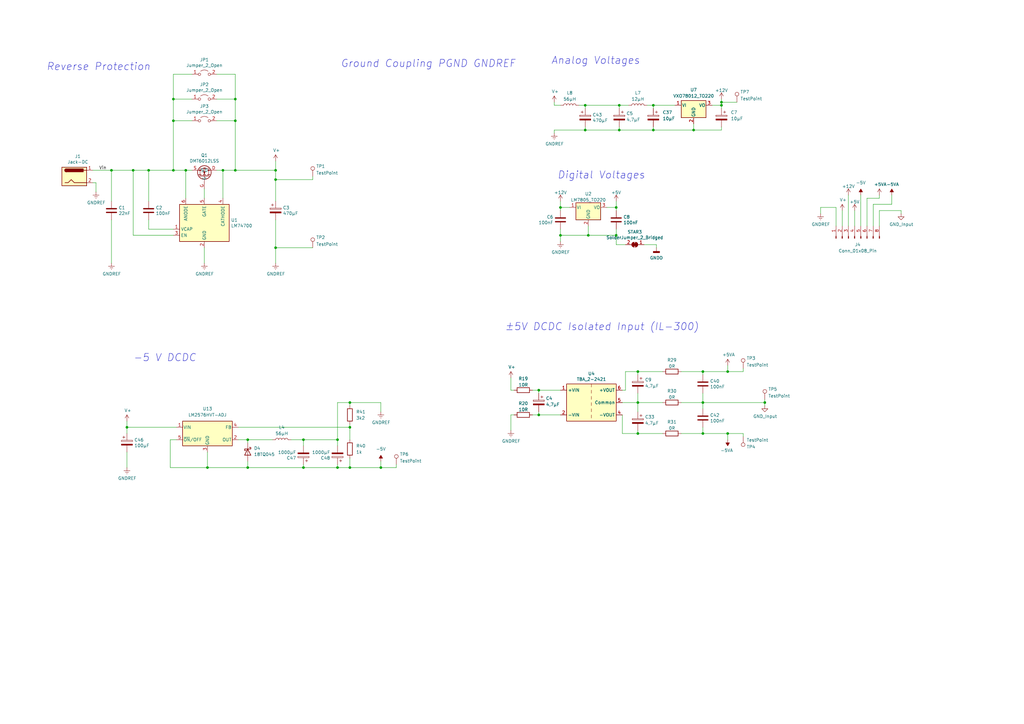
<source format=kicad_sch>
(kicad_sch (version 20230121) (generator eeschema)
  (paper "A3")
  (title_block (date "2023-07-19") (rev "1.3"))
  (lib_symbols
    (symbol "Connector:Conn_01x08_Pin" (pin_names (offset 1.016) hide)
      (property "Reference" "J" (at 0 10.16 0))
      (property "Value" "Conn_01x08_Pin" (at 0 -12.7 0))
      (symbol "Conn_01x08_Pin_1_1"
        (polyline (pts (xy 1.27 -10.16) (xy 0.8636 -10.16)) (stroke (width 0.1524)))
        (polyline (pts (xy 1.27 -7.62) (xy 0.8636 -7.62)) (stroke (width 0.1524)))
        (polyline (pts (xy 1.27 -5.08) (xy 0.8636 -5.08)) (stroke (width 0.1524)))
        (polyline (pts (xy 1.27 -2.54) (xy 0.8636 -2.54)) (stroke (width 0.1524)))
        (polyline (pts (xy 1.27 0) (xy 0.8636 0)) (stroke (width 0.1524)))
        (polyline (pts (xy 1.27 2.54) (xy 0.8636 2.54)) (stroke (width 0.1524)))
        (polyline (pts (xy 1.27 5.08) (xy 0.8636 5.08)) (stroke (width 0.1524)))
        (polyline (pts (xy 1.27 7.62) (xy 0.8636 7.62)) (stroke (width 0.1524)))
        (rectangle (start 0.8636 -10.033) (end 0 -10.287) (stroke (width 0.1524)) (fill (type outline)))
        (rectangle (start 0.8636 -7.493) (end 0 -7.747) (stroke (width 0.1524)) (fill (type outline)))
        (rectangle (start 0.8636 -4.953) (end 0 -5.207) (stroke (width 0.1524)) (fill (type outline)))
        (rectangle (start 0.8636 -2.413) (end 0 -2.667) (stroke (width 0.1524)) (fill (type outline)))
        (rectangle (start 0.8636 0.127) (end 0 -0.127) (stroke (width 0.1524)) (fill (type outline)))
        (rectangle (start 0.8636 2.667) (end 0 2.413) (stroke (width 0.1524)) (fill (type outline)))
        (rectangle (start 0.8636 5.207) (end 0 4.953) (stroke (width 0.1524)) (fill (type outline)))
        (rectangle (start 0.8636 7.747) (end 0 7.493) (stroke (width 0.1524)) (fill (type outline)))
        (pin passive line (at 5.08 7.62 180) (length 3.81) (name "Pin_1") (number "1"))
        (pin passive line (at 5.08 5.08 180) (length 3.81) (name "Pin_2") (number "2"))
        (pin passive line (at 5.08 2.54 180) (length 3.81) (name "Pin_3") (number "3"))
        (pin passive line (at 5.08 0 180) (length 3.81) (name "Pin_4") (number "4"))
        (pin passive line (at 5.08 -2.54 180) (length 3.81) (name "Pin_5") (number "5"))
        (pin passive line (at 5.08 -5.08 180) (length 3.81) (name "Pin_6") (number "6"))
        (pin passive line (at 5.08 -7.62 180) (length 3.81) (name "Pin_7") (number "7"))
        (pin passive line (at 5.08 -10.16 180) (length 3.81) (name "Pin_8") (number "8"))
      )
    )
    (symbol "Connector:Jack-DC" (pin_names (offset 1.016))
      (property "Reference" "J" (at 0 5.334 0))
      (property "Value" "Jack-DC" (at 0 -5.08 0))
      (symbol "Jack-DC_0_1"
        (rectangle (start -5.08 3.81) (end 5.08 -3.81) (stroke (width 0.254)) (fill (type background)))
        (arc (start -3.302 3.175) (mid -3.9343 2.54) (end -3.302 1.905) (stroke (width 0.254)))
        (arc (start -3.302 3.175) (mid -3.9343 2.54) (end -3.302 1.905) (stroke (width 0.254)) (fill (type outline)))
        (polyline (pts (xy 5.08 2.54) (xy 3.81 2.54)) (stroke (width 0.254)))
        (polyline (pts (xy -3.81 -2.54) (xy -2.54 -2.54) (xy -1.27 -1.27) (xy 0 -2.54) (xy 2.54 -2.54) (xy 5.08 -2.54)) (stroke (width 0.254)))
        (rectangle (start 3.683 3.175) (end -3.302 1.905) (stroke (width 0.254)) (fill (type outline)))
      )
      (symbol "Jack-DC_1_1"
        (pin passive line (at 7.62 2.54 180) (length 2.54) (name "~") (number "1"))
        (pin passive line (at 7.62 -2.54 180) (length 2.54) (name "~") (number "2"))
      )
    )
    (symbol "Connector:TestPoint" (pin_numbers hide) (pin_names (offset 0.762) hide)
      (property "Reference" "TP" (at 0 6.858 0))
      (property "Value" "TestPoint" (at 0 5.08 0))
      (symbol "TestPoint_0_1"
        (circle (center 0 3.302) (radius 0.762))
      )
      (symbol "TestPoint_1_1"
        (pin passive line (at 0 0 90) (length 2.54) (name "1") (number "1"))
      )
    )
    (symbol "Device:C" (pin_numbers hide) (pin_names (offset 0.254))
      (property "Reference" "C" (at 0.635 2.54 0))
      (property "Value" "C" (at 0.635 -2.54 0))
      (symbol "C_0_1"
        (polyline (pts (xy -2.032 -0.762) (xy 2.032 -0.762)) (stroke (width 0.508)))
        (polyline (pts (xy -2.032 0.762) (xy 2.032 0.762)) (stroke (width 0.508)))
      )
      (symbol "C_1_1"
        (pin passive line (at 0 3.81 270) (length 2.794) (name "~") (number "1"))
        (pin passive line (at 0 -3.81 90) (length 2.794) (name "~") (number "2"))
      )
    )
    (symbol "Device:CP" (pin_numbers hide) (pin_names (offset 0.254))
      (property "Reference" "C" (at 0.635 2.54 0))
      (property "Value" "Device_CP" (at 0.635 -2.54 0))
      (symbol "CP_0_1"
        (rectangle (start -2.286 0.508) (end 2.286 1.016))
        (polyline (pts (xy -1.778 2.286) (xy -0.762 2.286)))
        (polyline (pts (xy -1.27 2.794) (xy -1.27 1.778)))
        (rectangle (start 2.286 -0.508) (end -2.286 -1.016) (fill (type outline)))
      )
      (symbol "CP_1_1"
        (pin passive line (at 0 3.81 270) (length 2.794) (name "~") (number "1"))
        (pin passive line (at 0 -3.81 90) (length 2.794) (name "~") (number "2"))
      )
    )
    (symbol "Device:C_Polarized" (pin_numbers hide) (pin_names (offset 0.254))
      (property "Reference" "C" (at 0.635 2.54 0))
      (property "Value" "C_Polarized" (at 0.635 -2.54 0))
      (symbol "C_Polarized_0_1"
        (rectangle (start -2.286 0.508) (end 2.286 1.016))
        (polyline (pts (xy -1.778 2.286) (xy -0.762 2.286)))
        (polyline (pts (xy -1.27 2.794) (xy -1.27 1.778)))
        (rectangle (start 2.286 -0.508) (end -2.286 -1.016) (fill (type outline)))
      )
      (symbol "C_Polarized_1_1"
        (pin passive line (at 0 3.81 270) (length 2.794) (name "~") (number "1"))
        (pin passive line (at 0 -3.81 90) (length 2.794) (name "~") (number "2"))
      )
    )
    (symbol "Device:D_Schottky" (pin_numbers hide) (pin_names (offset 1.016) hide)
      (property "Reference" "D" (at 0 2.54 0))
      (property "Value" "D_Schottky" (at 0 -2.54 0))
      (symbol "D_Schottky_0_1"
        (polyline (pts (xy 1.27 0) (xy -1.27 0)))
        (polyline (pts (xy 1.27 1.27) (xy 1.27 -1.27) (xy -1.27 0) (xy 1.27 1.27)) (stroke (width 0.254)))
        (polyline (pts (xy -1.905 0.635) (xy -1.905 1.27) (xy -1.27 1.27) (xy -1.27 -1.27) (xy -0.635 -1.27) (xy -0.635 -0.635)) (stroke (width 0.254)))
      )
      (symbol "D_Schottky_1_1"
        (pin passive line (at -3.81 0 0) (length 2.54) (name "K") (number "1"))
        (pin passive line (at 3.81 0 180) (length 2.54) (name "A") (number "2"))
      )
    )
    (symbol "Device:L" (pin_numbers hide) (pin_names (offset 1.016) hide)
      (property "Reference" "L" (at -1.27 0 90))
      (property "Value" "L" (at 1.905 0 90))
      (symbol "L_0_1"
        (arc (start 0 -2.54) (mid 0.6323 -1.905) (end 0 -1.27))
        (arc (start 0 -1.27) (mid 0.6323 -0.635) (end 0 0))
        (arc (start 0 0) (mid 0.6323 0.635) (end 0 1.27))
        (arc (start 0 1.27) (mid 0.6323 1.905) (end 0 2.54))
      )
      (symbol "L_1_1"
        (pin passive line (at 0 3.81 270) (length 1.27) (name "1") (number "1"))
        (pin passive line (at 0 -3.81 90) (length 1.27) (name "2") (number "2"))
      )
    )
    (symbol "Device:R" (pin_numbers hide) (pin_names (offset 0))
      (property "Reference" "R" (at 2.032 0 90))
      (property "Value" "R" (at 0 0 90))
      (symbol "R_0_1"
        (rectangle (start -1.016 -2.54) (end 1.016 2.54) (stroke (width 0.254)))
      )
      (symbol "R_1_1"
        (pin passive line (at 0 3.81 270) (length 1.27) (name "~") (number "1"))
        (pin passive line (at 0 -3.81 90) (length 1.27) (name "~") (number "2"))
      )
    )
    (symbol "Jumper:Jumper_2_Open" (pin_names (offset 0) hide)
      (property "Reference" "JP" (at 0 2.794 0))
      (property "Value" "Jumper_2_Open" (at 0 -2.286 0))
      (symbol "Jumper_2_Open_0_0"
        (circle (center -2.032 0) (radius 0.508))
        (circle (center 2.032 0) (radius 0.508))
      )
      (symbol "Jumper_2_Open_0_1"
        (arc (start 1.524 1.27) (mid 0 1.778) (end -1.524 1.27))
      )
      (symbol "Jumper_2_Open_1_1"
        (pin passive line (at -5.08 0 0) (length 2.54) (name "A") (number "1"))
        (pin passive line (at 5.08 0 180) (length 2.54) (name "B") (number "2"))
      )
    )
    (symbol "Jumper:SolderJumper_2_Bridged" (pin_names (offset 0) hide)
      (property "Reference" "JP" (at 0 2.032 0))
      (property "Value" "SolderJumper_2_Bridged" (at 0 -2.54 0))
      (symbol "SolderJumper_2_Bridged_0_1"
        (rectangle (start -0.508 0.508) (end 0.508 -0.508) (fill (type outline)))
        (arc (start -0.254 1.016) (mid -1.2656 0) (end -0.254 -1.016))
        (arc (start -0.254 1.016) (mid -1.2656 0) (end -0.254 -1.016) (fill (type outline)))
        (polyline (pts (xy -0.254 1.016) (xy -0.254 -1.016)))
        (polyline (pts (xy 0.254 1.016) (xy 0.254 -1.016)))
        (arc (start 0.254 -1.016) (mid 1.2656 0) (end 0.254 1.016))
        (arc (start 0.254 -1.016) (mid 1.2656 0) (end 0.254 1.016) (fill (type outline)))
      )
      (symbol "SolderJumper_2_Bridged_1_1"
        (pin passive line (at -3.81 0 0) (length 2.54) (name "A") (number "1"))
        (pin passive line (at 3.81 0 180) (length 2.54) (name "B") (number "2"))
      )
    )
    (symbol "MyLib:DMT6012LSS" (pin_names (offset 1.016))
      (property "Reference" "Q" (at 3.81 1.27 0))
      (property "Value" "MyLib_DMT6012LSS" (at 8.89 -1.27 0))
      (symbol "DMT6012LSS_1_1"
        (circle (center -0.889 0) (radius 2.794) (stroke (width 0.254)))
        (circle (center 0 -1.778) (radius 0.254) (fill (type outline)))
        (polyline (pts (xy -2.286 0) (xy -5.08 0)))
        (polyline (pts (xy -2.286 1.905) (xy -2.286 -1.905)) (stroke (width 0.254)))
        (polyline (pts (xy -1.778 -1.27) (xy -1.778 -2.286)) (stroke (width 0.254)))
        (polyline (pts (xy -1.778 0.508) (xy -1.778 -0.508)) (stroke (width 0.254)))
        (polyline (pts (xy -1.778 2.286) (xy -1.778 1.27)) (stroke (width 0.254)))
        (polyline (pts (xy 0 2.54) (xy 0 1.778)))
        (polyline (pts (xy 0 -2.54) (xy 0 0) (xy -1.778 0)))
        (polyline (pts (xy -1.778 -1.778) (xy 0.762 -1.778) (xy 0.762 1.778) (xy -1.778 1.778)))
        (polyline (pts (xy -1.524 0) (xy -0.508 0.381) (xy -0.508 -0.381) (xy -1.524 0)) (fill (type outline)))
        (polyline (pts (xy 0.254 0.508) (xy 0.381 0.381) (xy 1.143 0.381) (xy 1.27 0.254)))
        (polyline (pts (xy 0.762 0.381) (xy 0.381 -0.254) (xy 1.143 -0.254) (xy 0.762 0.381)))
        (circle (center 0 1.778) (radius 0.254) (fill (type outline)))
        (pin passive line (at 0 5.08 270) (length 2.54) (name "D") (number "D"))
        (pin input line (at -7.62 0 0) (length 2.54) (name "G") (number "G"))
        (pin passive line (at 0 -5.08 90) (length 2.54) (name "S") (number "S"))
      )
    )
    (symbol "MyLib:TBA_2-XXXX"
      (property "Reference" "U" (at -8.89 8.89 0))
      (property "Value" "MyLib_TBA_2-XXXX" (at 10.16 8.89 0))
      (symbol "TBA_2-XXXX_0_1"
        (rectangle (start -10.16 7.62) (end 10.16 -7.62) (stroke (width 0.254)) (fill (type background)))
        (polyline (pts (xy 0 -5.08) (xy 0 -6.35)))
        (polyline (pts (xy 0 -2.54) (xy 0 -3.81)))
        (polyline (pts (xy 0 0) (xy 0 -1.27)))
        (polyline (pts (xy 0 2.54) (xy 0 1.27)))
        (polyline (pts (xy 0 5.08) (xy 0 3.81)))
        (polyline (pts (xy 0 7.62) (xy 0 6.35)))
      )
      (symbol "TBA_2-XXXX_1_1"
        (pin power_in line (at -12.7 5.08 0) (length 2.54) (name "+VIN") (number "1"))
        (pin power_in line (at -12.7 -5.08 0) (length 2.54) (name "-VIN") (number "2"))
        (pin power_out line (at 12.7 -5.08 180) (length 2.54) (name "-VOUT") (number "4"))
        (pin power_out line (at 12.7 0 180) (length 2.54) (name "Common") (number "5"))
        (pin power_out line (at 12.7 5.08 180) (length 2.54) (name "+VOUT") (number "6"))
      )
    )
    (symbol "MyLib:V+" (power) (pin_names (offset 0))
      (property "Value" "MyLib_V+" (at 0 3.556 0))
      (symbol "V+_0_1"
        (polyline (pts (xy -0.762 1.27) (xy 0 2.54)))
        (polyline (pts (xy 0 0) (xy 0 2.54)))
        (polyline (pts (xy 0 2.54) (xy 0.762 1.27)))
      )
      (symbol "V+_1_1"
        (pin power_in line (at 0 0 90) (length 0) hide (name "V+") (number "1"))
      )
    )
    (symbol "OfficeAmp:GND_Input" (power) (pin_names (offset 0))
      (property "Value" "GND_Input" (at 0 -3.81 0))
      (symbol "GND_Input_0_1"
        (polyline (pts (xy 0 0) (xy 0 -1.27) (xy 1.27 -1.27) (xy 0 -2.54) (xy -1.27 -1.27) (xy 0 -1.27)))
      )
      (symbol "GND_Input_1_1"
        (pin power_in line (at 0 0 270) (length 0) hide (name "GND_Input") (number "1"))
      )
    )
    (symbol "Power_Management:LM74700"
      (property "Reference" "U" (at -9.525 -8.89 0))
      (property "Value" "LM74700" (at 7.62 -8.89 0))
      (symbol "LM74700_0_1"
        (rectangle (start -10.16 7.62) (end 10.16 -7.62) (stroke (width 0.254)) (fill (type background)))
      )
      (symbol "LM74700_1_1"
        (pin passive line (at -12.7 -2.54 0) (length 2.54) (name "VCAP") (number "1"))
        (pin power_in line (at 0 -10.16 90) (length 2.54) (name "GND") (number "2"))
        (pin input line (at -12.7 -5.08 0) (length 2.54) (name "EN") (number "3"))
        (pin input line (at 7.62 10.16 270) (length 2.54) (name "CATHODE") (number "4"))
        (pin output line (at 0 10.16 270) (length 2.54) (name "GATE") (number "5"))
        (pin power_in line (at -7.62 10.16 270) (length 2.54) (name "ANODE") (number "6"))
      )
    )
    (symbol "Regulator_Linear:LM7805_TO220" (pin_names (offset 0.254))
      (property "Reference" "U" (at -3.81 3.175 0))
      (property "Value" "LM7805_TO220" (at 0 3.175 0))
      (symbol "LM7805_TO220_0_1"
        (rectangle (start -5.08 1.905) (end 5.08 -5.08) (stroke (width 0.254)) (fill (type background)))
      )
      (symbol "LM7805_TO220_1_1"
        (pin power_in line (at -7.62 0 0) (length 2.54) (name "VI") (number "1"))
        (pin power_in line (at 0 -7.62 90) (length 2.54) (name "GND") (number "2"))
        (pin power_out line (at 7.62 0 180) (length 2.54) (name "VO") (number "3"))
      )
    )
    (symbol "Regulator_Linear:LM7812_TO220" (pin_names (offset 0.254))
      (property "Reference" "U" (at -3.81 3.175 0))
      (property "Value" "LM7812_TO220" (at 0 3.175 0))
      (symbol "LM7812_TO220_0_1"
        (rectangle (start -5.08 1.905) (end 5.08 -5.08) (stroke (width 0.254)) (fill (type background)))
      )
      (symbol "LM7812_TO220_1_1"
        (pin power_in line (at -7.62 0 0) (length 2.54) (name "VI") (number "1"))
        (pin power_in line (at 0 -7.62 90) (length 2.54) (name "GND") (number "2"))
        (pin power_out line (at 7.62 0 180) (length 2.54) (name "VO") (number "3"))
      )
    )
    (symbol "Regulator_Switching:LM2576HVT-ADJ" (pin_names (offset 0.254))
      (property "Reference" "U" (at -10.16 6.35 0))
      (property "Value" "LM2576HVT-ADJ" (at 0 6.35 0))
      (symbol "LM2576HVT-ADJ_0_1"
        (rectangle (start -10.16 5.08) (end 10.16 -5.08) (stroke (width 0.254)) (fill (type background)))
      )
      (symbol "LM2576HVT-ADJ_1_1"
        (pin power_in line (at -12.7 2.54 0) (length 2.54) (name "VIN") (number "1"))
        (pin output line (at 12.7 -2.54 180) (length 2.54) (name "OUT") (number "2"))
        (pin power_in line (at 0 -7.62 90) (length 2.54) (name "GND") (number "3"))
        (pin input line (at 12.7 2.54 180) (length 2.54) (name "FB") (number "4"))
        (pin input line (at -12.7 -2.54 0) (length 2.54) (name "~{ON}/OFF") (number "5"))
      )
    )
    (symbol "power:+12V" (power) (pin_names (offset 0))
      (property "Value" "+12V" (at 0 3.556 0))
      (symbol "+12V_0_1"
        (polyline (pts (xy -0.762 1.27) (xy 0 2.54)))
        (polyline (pts (xy 0 0) (xy 0 2.54)))
        (polyline (pts (xy 0 2.54) (xy 0.762 1.27)))
      )
      (symbol "+12V_1_1"
        (pin power_in line (at 0 0 90) (length 0) hide (name "+12V") (number "1"))
      )
    )
    (symbol "power:+5V" (power) (pin_names (offset 0))
      (property "Value" "+5V" (at 0 3.556 0))
      (symbol "+5V_0_1"
        (polyline (pts (xy -0.762 1.27) (xy 0 2.54)))
        (polyline (pts (xy 0 0) (xy 0 2.54)))
        (polyline (pts (xy 0 2.54) (xy 0.762 1.27)))
      )
      (symbol "+5V_1_1"
        (pin power_in line (at 0 0 90) (length 0) hide (name "+5V") (number "1"))
      )
    )
    (symbol "power:+5VA" (power) (pin_names (offset 0))
      (property "Value" "+5VA" (at 0 3.556 0))
      (symbol "+5VA_0_1"
        (polyline (pts (xy -0.762 1.27) (xy 0 2.54)))
        (polyline (pts (xy 0 0) (xy 0 2.54)))
        (polyline (pts (xy 0 2.54) (xy 0.762 1.27)))
      )
      (symbol "+5VA_1_1"
        (pin power_in line (at 0 0 90) (length 0) hide (name "+5VA") (number "1"))
      )
    )
    (symbol "power:-5V" (power) (pin_names (offset 0))
      (property "Value" "-5V" (at 0 3.81 0))
      (symbol "-5V_0_0"
        (pin power_in line (at 0 0 90) (length 0) hide (name "-5V") (number "1"))
      )
      (symbol "-5V_0_1"
        (polyline (pts (xy 0 0) (xy 0 1.27) (xy 0.762 1.27) (xy 0 2.54) (xy -0.762 1.27) (xy 0 1.27)) (fill (type outline)))
      )
    )
    (symbol "power:-5VA" (power) (pin_names (offset 0))
      (property "Value" "-5VA" (at 0 3.81 0))
      (symbol "-5VA_0_0"
        (pin power_in line (at 0 0 90) (length 0) hide (name "-5VA") (number "1"))
      )
      (symbol "-5VA_0_1"
        (polyline (pts (xy 0 0) (xy 0 1.27) (xy 0.762 1.27) (xy 0 2.54) (xy -0.762 1.27) (xy 0 1.27)) (fill (type outline)))
      )
    )
    (symbol "power:GNDD" (power) (pin_names (offset 0))
      (property "Value" "GNDD" (at 0 -3.175 0))
      (symbol "GNDD_0_1"
        (rectangle (start -1.27 -1.524) (end 1.27 -2.032) (stroke (width 0.254)) (fill (type outline)))
        (polyline (pts (xy 0 0) (xy 0 -1.524)))
      )
      (symbol "GNDD_1_1"
        (pin power_in line (at 0 0 270) (length 0) hide (name "GNDD") (number "1"))
      )
    )
    (symbol "power:GNDREF" (power) (pin_names (offset 0))
      (property "Value" "GNDREF" (at 0 -3.81 0))
      (symbol "GNDREF_0_1"
        (polyline (pts (xy -0.635 -1.905) (xy 0.635 -1.905)))
        (polyline (pts (xy -0.127 -2.54) (xy 0.127 -2.54)))
        (polyline (pts (xy 0 -1.27) (xy 0 0)))
        (polyline (pts (xy 1.27 -1.27) (xy -1.27 -1.27)))
      )
      (symbol "GNDREF_1_1"
        (pin power_in line (at 0 0 270) (length 0) hide (name "GNDREF") (number "1"))
      )
    )
  )
  (junction (at 60.96 69.85))
  (junction (at 313.69 165.1))
  (junction (at 261.62 152.4))
  (junction (at 261.62 165.1))
  (junction (at 295.91 43.18))
  (junction (at 288.29 177.8))
  (junction (at 229.87 85.09))
  (junction (at 252.73 96.52))
  (junction (at 241.3 96.52))
  (junction (at 288.29 152.4))
  (junction (at 113.03 73.66))
  (junction (at 138.43 191.77))
  (junction (at 124.46 191.77))
  (junction (at 143.51 175.26))
  (junction (at 267.97 43.18))
  (junction (at 96.52 49.53))
  (junction (at 240.03 43.18))
  (junction (at 261.62 177.8))
  (junction (at 113.03 69.85))
  (junction (at 298.45 177.8))
  (junction (at 71.12 69.85))
  (junction (at 52.07 175.26))
  (junction (at 267.97 53.34))
  (junction (at 254 43.18))
  (junction (at 229.87 96.52))
  (junction (at 45.72 69.85))
  (junction (at 298.45 152.4))
  (junction (at 85.09 191.77))
  (junction (at 240.03 53.34))
  (junction (at 91.44 69.85))
  (junction (at 54.61 69.85))
  (junction (at 143.51 165.1))
  (junction (at 220.98 170.18))
  (junction (at 284.48 53.34))
  (junction (at 101.6 180.34))
  (junction (at 138.43 180.34))
  (junction (at 101.6 191.77))
  (junction (at 71.12 49.53))
  (junction (at 96.52 40.64))
  (junction (at 254 53.34))
  (junction (at 76.2 69.85))
  (junction (at 124.46 180.34))
  (junction (at 156.21 191.77))
  (junction (at 113.03 101.6))
  (junction (at 288.29 165.1))
  (junction (at 252.73 85.09))
  (junction (at 96.52 69.85))
  (junction (at 71.12 40.64))
  (junction (at 143.51 191.77))
  (junction (at 295.91 41.91))
  (junction (at 220.98 160.02))
  (wire (pts (xy 124.46 180.34) (xy 138.43 180.34)))
  (wire (pts (xy 365.76 83.82) (xy 365.76 80.01)))
  (wire (pts (xy 76.2 69.85) (xy 76.2 81.28)))
  (wire (pts (xy 60.96 69.85) (xy 71.12 69.85)))
  (wire (pts (xy 220.98 170.18) (xy 229.87 170.18)))
  (wire (pts (xy 113.03 73.66) (xy 128.27 73.66)))
  (wire (pts (xy 83.82 107.95) (xy 83.82 101.6)))
  (wire (pts (xy 113.03 69.85) (xy 113.03 66.04)))
  (wire (pts (xy 358.14 92.71) (xy 358.14 83.82)))
  (wire (pts (xy 240.03 52.07) (xy 240.03 53.34)))
  (wire (pts (xy 342.9 92.71) (xy 342.9 85.09)))
  (wire (pts (xy 209.55 176.53) (xy 209.55 170.18)))
  (wire (pts (xy 227.33 43.18) (xy 229.87 43.18)))
  (wire (pts (xy 60.96 93.98) (xy 71.12 93.98)))
  (wire (pts (xy 284.48 50.8) (xy 284.48 53.34)))
  (wire (pts (xy 85.09 185.42) (xy 85.09 191.77)))
  (wire (pts (xy 261.62 165.1) (xy 261.62 161.29)))
  (wire (pts (xy 88.9 30.48) (xy 96.52 30.48)))
  (wire (pts (xy 345.44 86.36) (xy 345.44 92.71)))
  (wire (pts (xy 156.21 189.23) (xy 156.21 191.77)))
  (wire (pts (xy 101.6 189.23) (xy 101.6 191.77)))
  (wire (pts (xy 229.87 96.52) (xy 229.87 99.06)))
  (wire (pts (xy 261.62 152.4) (xy 261.62 153.67)))
  (wire (pts (xy 229.87 85.09) (xy 233.68 85.09)))
  (wire (pts (xy 156.21 191.77) (xy 143.51 191.77)))
  (wire (pts (xy 256.54 160.02) (xy 256.54 152.4)))
  (wire (pts (xy 295.91 41.91) (xy 295.91 43.18)))
  (wire (pts (xy 254 53.34) (xy 267.97 53.34)))
  (wire (pts (xy 254 52.07) (xy 254 53.34)))
  (wire (pts (xy 71.12 40.64) (xy 71.12 49.53)))
  (wire (pts (xy 261.62 177.8) (xy 271.78 177.8)))
  (wire (pts (xy 288.29 152.4) (xy 288.29 153.67)))
  (wire (pts (xy 313.69 165.1) (xy 313.69 163.83)))
  (wire (pts (xy 88.9 69.85) (xy 91.44 69.85)))
  (wire (pts (xy 229.87 93.98) (xy 229.87 96.52)))
  (wire (pts (xy 113.03 82.55) (xy 113.03 73.66)))
  (wire (pts (xy 256.54 152.4) (xy 261.62 152.4)))
  (wire (pts (xy 52.07 175.26) (xy 72.39 175.26)))
  (wire (pts (xy 220.98 168.91) (xy 220.98 170.18)))
  (wire (pts (xy 71.12 49.53) (xy 78.74 49.53)))
  (wire (pts (xy 72.39 180.34) (xy 69.85 180.34)))
  (wire (pts (xy 369.57 86.36) (xy 360.68 86.36)))
  (wire (pts (xy 69.85 191.77) (xy 85.09 191.77)))
  (wire (pts (xy 292.1 43.18) (xy 295.91 43.18)))
  (wire (pts (xy 279.4 165.1) (xy 288.29 165.1)))
  (wire (pts (xy 360.68 80.01) (xy 360.68 81.28)))
  (wire (pts (xy 288.29 165.1) (xy 288.29 167.64)))
  (wire (pts (xy 252.73 85.09) (xy 252.73 82.55)))
  (wire (pts (xy 248.92 85.09) (xy 252.73 85.09)))
  (wire (pts (xy 241.3 96.52) (xy 241.3 92.71)))
  (wire (pts (xy 143.51 165.1) (xy 156.21 165.1)))
  (wire (pts (xy 71.12 96.52) (xy 54.61 96.52)))
  (wire (pts (xy 261.62 152.4) (xy 271.78 152.4)))
  (wire (pts (xy 229.87 82.55) (xy 229.87 85.09)))
  (wire (pts (xy 255.27 177.8) (xy 261.62 177.8)))
  (wire (pts (xy 369.57 87.63) (xy 369.57 86.36)))
  (wire (pts (xy 355.6 81.28) (xy 355.6 92.71)))
  (wire (pts (xy 218.44 160.02) (xy 220.98 160.02)))
  (wire (pts (xy 52.07 172.72) (xy 52.07 175.26)))
  (wire (pts (xy 298.45 177.8) (xy 304.8 177.8)))
  (wire (pts (xy 119.38 180.34) (xy 124.46 180.34)))
  (wire (pts (xy 97.79 180.34) (xy 101.6 180.34)))
  (wire (pts (xy 264.16 100.33) (xy 269.24 100.33)))
  (wire (pts (xy 124.46 191.77) (xy 138.43 191.77)))
  (wire (pts (xy 261.62 165.1) (xy 261.62 168.91)))
  (wire (pts (xy 295.91 40.64) (xy 295.91 41.91)))
  (wire (pts (xy 143.51 165.1) (xy 138.43 165.1)))
  (wire (pts (xy 209.55 170.18) (xy 210.82 170.18)))
  (wire (pts (xy 138.43 191.77) (xy 143.51 191.77)))
  (wire (pts (xy 124.46 190.5) (xy 124.46 191.77)))
  (wire (pts (xy 218.44 170.18) (xy 220.98 170.18)))
  (wire (pts (xy 360.68 86.36) (xy 360.68 92.71)))
  (wire (pts (xy 267.97 53.34) (xy 284.48 53.34)))
  (wire (pts (xy 252.73 85.09) (xy 252.73 86.36)))
  (wire (pts (xy 227.33 41.91) (xy 227.33 43.18)))
  (wire (pts (xy 261.62 176.53) (xy 261.62 177.8)))
  (wire (pts (xy 138.43 190.5) (xy 138.43 191.77)))
  (wire (pts (xy 128.27 73.66) (xy 128.27 72.39)))
  (wire (pts (xy 52.07 185.42) (xy 52.07 191.77)))
  (wire (pts (xy 162.56 191.77) (xy 162.56 190.5)))
  (wire (pts (xy 45.72 69.85) (xy 38.1 69.85)))
  (wire (pts (xy 298.45 177.8) (xy 298.45 180.34)))
  (wire (pts (xy 113.03 101.6) (xy 113.03 90.17)))
  (wire (pts (xy 267.97 43.18) (xy 276.86 43.18)))
  (wire (pts (xy 255.27 170.18) (xy 255.27 177.8)))
  (wire (pts (xy 60.96 90.17) (xy 60.96 93.98)))
  (wire (pts (xy 353.06 80.01) (xy 353.06 92.71)))
  (wire (pts (xy 39.37 74.93) (xy 39.37 78.74)))
  (wire (pts (xy 295.91 43.18) (xy 295.91 44.45)))
  (wire (pts (xy 71.12 49.53) (xy 71.12 69.85)))
  (wire (pts (xy 220.98 160.02) (xy 220.98 161.29)))
  (wire (pts (xy 227.33 53.34) (xy 240.03 53.34)))
  (wire (pts (xy 38.1 74.93) (xy 39.37 74.93)))
  (wire (pts (xy 269.24 100.33) (xy 269.24 101.6)))
  (wire (pts (xy 45.72 69.85) (xy 45.72 82.55)))
  (wire (pts (xy 298.45 152.4) (xy 288.29 152.4)))
  (wire (pts (xy 261.62 165.1) (xy 271.78 165.1)))
  (wire (pts (xy 229.87 85.09) (xy 229.87 86.36)))
  (wire (pts (xy 350.52 86.36) (xy 350.52 92.71)))
  (wire (pts (xy 241.3 96.52) (xy 252.73 96.52)))
  (wire (pts (xy 69.85 180.34) (xy 69.85 191.77)))
  (wire (pts (xy 295.91 53.34) (xy 295.91 52.07)))
  (wire (pts (xy 143.51 175.26) (xy 143.51 180.34)))
  (wire (pts (xy 342.9 85.09) (xy 336.55 85.09)))
  (wire (pts (xy 240.03 53.34) (xy 254 53.34)))
  (wire (pts (xy 255.27 160.02) (xy 256.54 160.02)))
  (wire (pts (xy 279.4 152.4) (xy 288.29 152.4)))
  (wire (pts (xy 101.6 180.34) (xy 101.6 181.61)))
  (wire (pts (xy 156.21 191.77) (xy 162.56 191.77)))
  (wire (pts (xy 78.74 69.85) (xy 76.2 69.85)))
  (wire (pts (xy 96.52 49.53) (xy 96.52 69.85)))
  (wire (pts (xy 96.52 30.48) (xy 96.52 40.64)))
  (wire (pts (xy 85.09 191.77) (xy 101.6 191.77)))
  (wire (pts (xy 101.6 191.77) (xy 124.46 191.77)))
  (wire (pts (xy 97.79 175.26) (xy 143.51 175.26)))
  (wire (pts (xy 265.43 43.18) (xy 267.97 43.18)))
  (wire (pts (xy 156.21 165.1) (xy 156.21 168.91)))
  (wire (pts (xy 267.97 52.07) (xy 267.97 53.34)))
  (wire (pts (xy 88.9 49.53) (xy 96.52 49.53)))
  (wire (pts (xy 298.45 152.4) (xy 304.8 152.4)))
  (wire (pts (xy 220.98 160.02) (xy 229.87 160.02)))
  (wire (pts (xy 124.46 180.34) (xy 124.46 182.88)))
  (wire (pts (xy 45.72 90.17) (xy 45.72 107.95)))
  (wire (pts (xy 143.51 187.96) (xy 143.51 191.77)))
  (wire (pts (xy 279.4 177.8) (xy 288.29 177.8)))
  (wire (pts (xy 54.61 96.52) (xy 54.61 69.85)))
  (wire (pts (xy 78.74 40.64) (xy 71.12 40.64)))
  (wire (pts (xy 54.61 69.85) (xy 60.96 69.85)))
  (wire (pts (xy 96.52 69.85) (xy 91.44 69.85)))
  (wire (pts (xy 267.97 44.45) (xy 267.97 43.18)))
  (wire (pts (xy 358.14 83.82) (xy 365.76 83.82)))
  (wire (pts (xy 288.29 165.1) (xy 288.29 161.29)))
  (wire (pts (xy 252.73 100.33) (xy 252.73 96.52)))
  (wire (pts (xy 91.44 69.85) (xy 91.44 81.28)))
  (wire (pts (xy 88.9 40.64) (xy 96.52 40.64)))
  (wire (pts (xy 304.8 152.4) (xy 304.8 151.13)))
  (wire (pts (xy 138.43 165.1) (xy 138.43 180.34)))
  (wire (pts (xy 237.49 43.18) (xy 240.03 43.18)))
  (wire (pts (xy 113.03 69.85) (xy 96.52 69.85)))
  (wire (pts (xy 52.07 175.26) (xy 52.07 177.8)))
  (wire (pts (xy 229.87 96.52) (xy 241.3 96.52)))
  (wire (pts (xy 256.54 100.33) (xy 252.73 100.33)))
  (wire (pts (xy 71.12 69.85) (xy 76.2 69.85)))
  (wire (pts (xy 313.69 165.1) (xy 313.69 166.37)))
  (wire (pts (xy 96.52 40.64) (xy 96.52 49.53)))
  (wire (pts (xy 143.51 165.1) (xy 143.51 166.37)))
  (wire (pts (xy 113.03 101.6) (xy 128.27 101.6)))
  (wire (pts (xy 288.29 165.1) (xy 313.69 165.1)))
  (wire (pts (xy 113.03 107.95) (xy 113.03 101.6)))
  (wire (pts (xy 227.33 53.34) (xy 227.33 54.61)))
  (wire (pts (xy 284.48 53.34) (xy 295.91 53.34)))
  (wire (pts (xy 360.68 81.28) (xy 355.6 81.28)))
  (wire (pts (xy 295.91 41.91) (xy 302.26 41.91)))
  (wire (pts (xy 240.03 43.18) (xy 240.03 44.45)))
  (wire (pts (xy 101.6 180.34) (xy 111.76 180.34)))
  (wire (pts (xy 209.55 154.94) (xy 209.55 160.02)))
  (wire (pts (xy 113.03 73.66) (xy 113.03 69.85)))
  (wire (pts (xy 252.73 96.52) (xy 252.73 93.98)))
  (wire (pts (xy 209.55 160.02) (xy 210.82 160.02)))
  (wire (pts (xy 83.82 77.47) (xy 83.82 81.28)))
  (wire (pts (xy 45.72 69.85) (xy 54.61 69.85)))
  (wire (pts (xy 71.12 30.48) (xy 71.12 40.64)))
  (wire (pts (xy 304.8 177.8) (xy 304.8 179.07)))
  (wire (pts (xy 288.29 177.8) (xy 298.45 177.8)))
  (wire (pts (xy 254 43.18) (xy 254 44.45)))
  (wire (pts (xy 298.45 149.86) (xy 298.45 152.4)))
  (wire (pts (xy 254 43.18) (xy 257.81 43.18)))
  (wire (pts (xy 240.03 43.18) (xy 254 43.18)))
  (wire (pts (xy 60.96 69.85) (xy 60.96 82.55)))
  (wire (pts (xy 347.98 80.01) (xy 347.98 92.71)))
  (wire (pts (xy 78.74 30.48) (xy 71.12 30.48)))
  (wire (pts (xy 336.55 85.09) (xy 336.55 87.63)))
  (wire (pts (xy 288.29 177.8) (xy 288.29 175.26)))
  (wire (pts (xy 138.43 182.88) (xy 138.43 180.34)))
  (wire (pts (xy 143.51 173.99) (xy 143.51 175.26)))
  (wire (pts (xy 255.27 165.1) (xy 261.62 165.1)))
  (text "Analog Voltages" (at 226.06 26.67 0) (effects (font (size 2.9972 2.9972) italic) (justify left bottom)))
  (text "-5 V DCDC" (at 54.61 148.59 0) (effects (font (size 2.9972 2.9972) italic) (justify left bottom)))
  (text "Ground Coupling PGND GNDREF" (at 139.7 27.94 0) (effects (font (size 2.9972 2.9972) italic) (justify left bottom)))
  (text "±5V DCDC Isolated Input (IL-300)" (at 207.01 135.89 0) (effects (font (size 2.9972 2.9972) italic) (justify left bottom)))
  (text "Digital Voltages" (at 228.6 73.66 0) (effects (font (size 2.9972 2.9972) italic) (justify left bottom)))
  (text "Reverse Protection" (at 19.05 29.21 0) (effects (font (size 2.9972 2.9972) italic) (justify left bottom)))
  (label "Vin" (at 40.64 69.85 0))
  (symbol (lib_id "Power_Management:LM74700") (at 83.82 91.44 0) (unit 1)
    (property "Reference" "U1" (at 94.742 90.2716 0) (effects (justify left)))
    (property "Value" "LM74700" (at 94.742 92.583 0) (effects (justify left)))
    (property "Footprint" "Package_TO_SOT_SMD:SOT-23-6" (effects hide))
    (property "Datasheet" "http://www.ti.com/lit/gpn/LM74700-Q1" (effects hide))
  )
  (symbol (lib_id "Device:C") (at 60.96 86.36 0) (unit 1)
    (property "Reference" "C2" (at 63.881 85.1916 0) (effects (justify left)))
    (property "Value" "100nF" (at 63.881 87.503 0) (effects (justify left)))
    (property "Footprint" "Capacitor_SMD:C_0805_2012Metric_Pad1.18x1.45mm_HandSolder" (effects hide))
  )
  (symbol (lib_id "Device:C") (at 45.72 86.36 0) (unit 1)
    (property "Reference" "C1" (at 48.641 85.1916 0) (effects (justify left)))
    (property "Value" "22nF" (at 48.641 87.503 0) (effects (justify left)))
    (property "Footprint" "Capacitor_SMD:C_0805_2012Metric_Pad1.18x1.45mm_HandSolder" (effects hide))
  )
  (symbol (lib_id "power:GNDREF") (at 39.37 78.74 0) (unit 1)
    (property "Reference" "#PWR0101" (effects hide))
    (property "Value" "GNDREF" (at 39.497 83.1342 0))
  )
  (symbol (lib_id "power:GNDREF") (at 45.72 107.95 0) (unit 1)
    (property "Reference" "#PWR0102" (effects hide))
    (property "Value" "GNDREF" (at 45.847 112.3442 0))
  )
  (symbol (lib_id "power:GNDREF") (at 83.82 107.95 0) (unit 1)
    (property "Reference" "#PWR0103" (effects hide))
    (property "Value" "GNDREF" (at 83.947 112.3442 0))
  )
  (symbol (lib_id "power:GNDREF") (at 113.03 107.95 0) (unit 1)
    (property "Reference" "#PWR0104" (effects hide))
    (property "Value" "GNDREF" (at 113.157 112.3442 0))
  )
  (symbol (lib_id "Device:CP") (at 113.03 86.36 0) (unit 1)
    (property "Reference" "C3" (at 116.0272 85.1916 0) (effects (justify left)))
    (property "Value" "470µF" (at 116.0272 87.503 0) (effects (justify left)))
    (property "Footprint" "Capacitor_THT:CP_Radial_D10.0mm_P5.00mm" (effects hide))
  )
  (symbol (lib_id "MyLib:DMT6012LSS") (at 83.82 69.85 270) (mirror x) (unit 1)
    (property "Reference" "Q1" (at 83.82 63.7032 90))
    (property "Value" "DMT6012LSS" (at 83.82 66.0146 90))
    (property "Footprint" "MyLib:N-CH-SO-8_5.3x6.2mm_P1.27mm" (effects hide))
  )
  (symbol (lib_id "MyLib:V+") (at 113.03 66.04 0) (unit 1)
    (property "Reference" "#PWR0105" (effects hide))
    (property "Value" "V+" (at 113.411 61.6458 0))
  )
  (symbol (lib_id "Jumper:Jumper_2_Open") (at 83.82 30.48 0) (unit 1)
    (property "Reference" "JP1" (at 83.82 24.511 0))
    (property "Value" "Jumper_2_Open" (at 83.82 26.8224 0))
    (property "Footprint" "Jumper:SolderJumper-2_P1.3mm_Open_TrianglePad1.0x1.5mm" (effects hide))
  )
  (symbol (lib_id "Jumper:Jumper_2_Open") (at 83.82 40.64 0) (unit 1)
    (property "Reference" "JP2" (at 83.82 34.671 0))
    (property "Value" "Jumper_2_Open" (at 83.82 36.9824 0))
    (property "Footprint" "Jumper:SolderJumper-2_P1.3mm_Open_TrianglePad1.0x1.5mm" (effects hide))
  )
  (symbol (lib_id "Connector:Jack-DC") (at 30.48 72.39 0) (unit 1)
    (property "Reference" "J1" (at 31.9278 64.135 0))
    (property "Value" "Jack-DC" (at 31.9278 66.4464 0))
    (property "Footprint" "Connector_BarrelJack:BarrelJack_Horizontal" (effects hide))
  )
  (symbol (lib_id "MyLib:TBA_2-XXXX") (at 242.57 165.1 0) (unit 1)
    (property "Reference" "U4" (at 242.57 153.2382 0))
    (property "Value" "TBA_2-2421" (at 242.57 155.5496 0))
    (property "Footprint" "office_amp:SIP-7" (effects hide))
    (property "Datasheet" "https://www.tracopower.com/products/tmr2.pdf" (effects hide))
  )
  (symbol (lib_id "power:+5VA") (at 298.45 149.86 0) (unit 1)
    (property "Reference" "#PWR0117" (effects hide))
    (property "Value" "+5VA" (at 298.831 145.4658 0))
  )
  (symbol (lib_id "power:-5VA") (at 298.45 180.34 180) (unit 1)
    (property "Reference" "#PWR017" (effects hide))
    (property "Value" "-5VA" (at 298.069 184.7342 0))
  )
  (symbol (lib_id "MyLib:V+") (at 209.55 154.94 0) (unit 1)
    (property "Reference" "#PWR016" (effects hide))
    (property "Value" "V+" (at 209.931 150.5458 0))
  )
  (symbol (lib_id "power:GNDREF") (at 209.55 176.53 0) (unit 1)
    (property "Reference" "#PWR0110" (effects hide))
    (property "Value" "GNDREF" (at 209.677 180.9242 0))
  )
  (symbol (lib_id "OfficeAmp:GND_Input") (at 313.69 166.37 0) (unit 1)
    (property "Reference" "#PWR0111" (effects hide))
    (property "Value" "GND_Input" (at 313.817 170.7642 0))
  )
  (symbol (lib_id "power:GNDREF") (at 227.33 54.61 0) (unit 1)
    (property "Reference" "#PWR05" (effects hide))
    (property "Value" "GNDREF" (at 227.457 59.0042 0))
  )
  (symbol (lib_id "Connector:TestPoint") (at 313.69 163.83 0) (unit 1)
    (property "Reference" "TP5" (at 315.087 159.6195 0) (effects (justify left)))
    (property "Value" "TestPoint" (at 315.087 162.3946 0) (effects (justify left)))
    (property "Footprint" "TestPoint:TestPoint_Loop_D2.60mm_Drill1.4mm_Beaded" (effects hide))
  )
  (symbol (lib_id "Device:C") (at 288.29 171.45 0) (unit 1)
    (property "Reference" "C42" (at 291.211 170.2816 0) (effects (justify left)))
    (property "Value" "100nF" (at 291.211 172.593 0) (effects (justify left)))
    (property "Footprint" "Capacitor_SMD:C_0805_2012Metric_Pad1.18x1.45mm_HandSolder" (effects hide))
  )
  (symbol (lib_id "power:+12V") (at 347.98 80.01 0) (unit 1)
    (property "Reference" "#PWR062" (effects hide))
    (property "Value" "+12V" (at 347.98 76.4342 0))
  )
  (symbol (lib_id "Device:C") (at 288.29 157.48 0) (unit 1)
    (property "Reference" "C40" (at 291.211 156.3116 0) (effects (justify left)))
    (property "Value" "100nF" (at 291.211 158.623 0) (effects (justify left)))
    (property "Footprint" "Capacitor_SMD:C_0805_2012Metric_Pad1.18x1.45mm_HandSolder" (effects hide))
  )
  (symbol (lib_id "Device:L") (at 261.62 43.18 90) (unit 1)
    (property "Reference" "L7" (at 261.62 38.1 90))
    (property "Value" "12µH" (at 261.62 40.64 90))
    (property "Footprint" "office_amp:L_Radial_D10.0mm_P5.00mm" (effects hide))
  )
  (symbol (lib_id "power:+12V") (at 295.91 40.64 0) (unit 1)
    (property "Reference" "#PWR014" (effects hide))
    (property "Value" "+12V" (at 295.91 37.0642 0))
  )
  (symbol (lib_id "power:GNDD") (at 269.24 101.6 0) (unit 1)
    (property "Reference" "#PWR022" (effects hide))
    (property "Value" "GNDD" (at 269.24 105.7815 0))
  )
  (symbol (lib_id "Device:CP") (at 124.46 186.69 180) (unit 1)
    (property "Reference" "C47" (at 121.4628 187.8584 0) (effects (justify left)))
    (property "Value" "1000µF" (at 121.4628 185.547 0) (effects (justify left)))
    (property "Footprint" "Capacitor_THT:CP_Radial_D13.0mm_P5.00mm" (effects hide))
  )
  (symbol (lib_id "Device:R") (at 214.63 160.02 270) (unit 1)
    (property "Reference" "R19" (at 214.63 155.3042 90))
    (property "Value" "10R" (at 214.63 157.8411 90))
    (property "Footprint" "Resistor_SMD:R_0805_2012Metric_Pad1.20x1.40mm_HandSolder" (effects hide))
  )
  (symbol (lib_id "Device:L") (at 115.57 180.34 90) (unit 1)
    (property "Reference" "L4" (at 115.57 175.26 90))
    (property "Value" "56µH" (at 115.57 177.8 90))
    (property "Footprint" "Inductor_THT:L_Axial_L16.0mm_D6.3mm_P25.40mm_Horizontal_Fastron_VHBCC" (effects hide))
  )
  (symbol (lib_id "Connector:TestPoint") (at 304.8 151.13 0) (unit 1)
    (property "Reference" "TP3" (at 306.197 146.9195 0) (effects (justify left)))
    (property "Value" "TestPoint" (at 306.197 149.6946 0) (effects (justify left)))
    (property "Footprint" "TestPoint:TestPoint_Pad_D1.0mm" (effects hide))
  )
  (symbol (lib_id "Device:R") (at 275.59 165.1 270) (unit 1)
    (property "Reference" "R30" (at 275.59 160.3842 90))
    (property "Value" "0R" (at 275.59 162.9211 90))
    (property "Footprint" "Resistor_SMD:R_0805_2012Metric_Pad1.20x1.40mm_HandSolder" (effects hide))
  )
  (symbol (lib_id "Device:R") (at 143.51 184.15 0) (unit 1)
    (property "Reference" "R40" (at 146.05 182.88 0) (effects (justify left)))
    (property "Value" "1k" (at 146.05 185.42 0) (effects (justify left)))
    (property "Footprint" "Resistor_SMD:R_0805_2012Metric_Pad1.20x1.40mm_HandSolder" (effects hide))
  )
  (symbol (lib_id "Connector:TestPoint") (at 302.26 41.91 0) (unit 1)
    (property "Reference" "TP7" (at 303.657 37.6995 0) (effects (justify left)))
    (property "Value" "TestPoint" (at 303.657 40.4746 0) (effects (justify left)))
    (property "Footprint" "TestPoint:TestPoint_Pad_D1.0mm" (effects hide))
  )
  (symbol (lib_id "Device:CP") (at 240.03 48.26 0) (unit 1)
    (property "Reference" "C43" (at 243.0272 47.0916 0) (effects (justify left)))
    (property "Value" "470µF" (at 243.0272 49.403 0) (effects (justify left)))
    (property "Footprint" "Capacitor_THT:CP_Radial_D10.0mm_P5.00mm" (effects hide))
  )
  (symbol (lib_id "Device:C_Polarized") (at 267.97 48.26 0) (mirror y) (unit 1)
    (property "Reference" "C37" (at 271.78 46.101 0) (effects (justify right)))
    (property "Value" "10µF" (at 271.78 48.641 0) (effects (justify right)))
    (property "Footprint" "Capacitor_THT:CP_Radial_D5.0mm_P2.00mm" (effects hide))
  )
  (symbol (lib_id "Device:C") (at 229.87 90.17 0) (mirror y) (unit 1)
    (property "Reference" "C6" (at 226.949 89.0016 0) (effects (justify left)))
    (property "Value" "100nF" (at 226.949 91.313 0) (effects (justify left)))
    (property "Footprint" "Capacitor_SMD:C_0805_2012Metric_Pad1.18x1.45mm_HandSolder" (effects hide))
  )
  (symbol (lib_id "MyLib:V+") (at 345.44 86.36 0) (unit 1)
    (property "Reference" "#PWR056" (effects hide))
    (property "Value" "V+" (at 345.821 81.9658 0))
  )
  (symbol (lib_id "Device:R") (at 275.59 152.4 270) (unit 1)
    (property "Reference" "R29" (at 275.59 147.6842 90))
    (property "Value" "0R" (at 275.59 150.2211 90))
    (property "Footprint" "Resistor_SMD:R_0805_2012Metric_Pad1.20x1.40mm_HandSolder" (effects hide))
  )
  (symbol (lib_id "Device:C_Polarized") (at 261.62 157.48 0) (mirror y) (unit 1)
    (property "Reference" "C9" (at 264.541 155.7563 0) (effects (justify right)))
    (property "Value" "4,7µF" (at 264.541 158.2932 0) (effects (justify right)))
    (property "Footprint" "Capacitor_THT:CP_Radial_D5.0mm_P2.00mm" (effects hide))
  )
  (symbol (lib_id "Jumper:Jumper_2_Open") (at 83.82 49.53 0) (unit 1)
    (property "Reference" "JP3" (at 83.82 43.561 0))
    (property "Value" "Jumper_2_Open" (at 83.82 45.8724 0))
    (property "Footprint" "Jumper:SolderJumper-2_P1.3mm_Open_TrianglePad1.0x1.5mm" (effects hide))
  )
  (symbol (lib_id "power:GNDREF") (at 52.07 191.77 0) (unit 1)
    (property "Reference" "#PWR057" (effects hide))
    (property "Value" "GNDREF" (at 52.197 196.1642 0))
  )
  (symbol (lib_id "Connector:TestPoint") (at 128.27 101.6 0) (unit 1)
    (property "Reference" "TP2" (at 129.667 97.3895 0) (effects (justify left)))
    (property "Value" "TestPoint" (at 129.667 100.1646 0) (effects (justify left)))
    (property "Footprint" "TestPoint:TestPoint_Loop_D2.60mm_Drill1.4mm_Beaded" (effects hide))
  )
  (symbol (lib_id "Connector:TestPoint") (at 162.56 190.5 0) (unit 1)
    (property "Reference" "TP6" (at 163.957 186.2895 0) (effects (justify left)))
    (property "Value" "TestPoint" (at 163.957 189.0646 0) (effects (justify left)))
    (property "Footprint" "TestPoint:TestPoint_Pad_D1.0mm" (effects hide))
  )
  (symbol (lib_id "Regulator_Linear:LM7805_TO220") (at 241.3 85.09 0) (unit 1)
    (property "Reference" "U2" (at 241.3 79.4852 0))
    (property "Value" "LM7805_TO220" (at 241.3 82.0221 0))
    (property "Footprint" "Package_TO_SOT_THT:TO-220-3_Vertical" (effects hide))
    (property "Datasheet" "https://www.onsemi.cn/PowerSolutions/document/MC7800-D.PDF" (effects hide))
  )
  (symbol (lib_id "Device:R") (at 275.59 177.8 270) (unit 1)
    (property "Reference" "R31" (at 275.59 173.0842 90))
    (property "Value" "0R" (at 275.59 175.6211 90))
    (property "Footprint" "Resistor_SMD:R_0805_2012Metric_Pad1.20x1.40mm_HandSolder" (effects hide))
  )
  (symbol (lib_id "power:+5V") (at 252.73 82.55 0) (unit 1)
    (property "Reference" "#PWR013" (effects hide))
    (property "Value" "+5V" (at 252.73 78.9742 0))
  )
  (symbol (lib_id "power:GNDREF") (at 336.55 87.63 0) (unit 1)
    (property "Reference" "#PWR066" (effects hide))
    (property "Value" "GNDREF" (at 336.677 92.0242 0))
  )
  (symbol (lib_id "power:+5V") (at 350.52 86.36 0) (unit 1)
    (property "Reference" "#PWR064" (effects hide))
    (property "Value" "+5V" (at 350.52 82.7842 0))
  )
  (symbol (lib_id "MyLib:V+") (at 52.07 172.72 0) (unit 1)
    (property "Reference" "#PWR041" (effects hide))
    (property "Value" "V+" (at 52.451 168.3258 0))
  )
  (symbol (lib_id "Device:C_Polarized") (at 295.91 48.26 0) (mirror y) (unit 1)
    (property "Reference" "C7" (at 299.72 46.101 0) (effects (justify right)))
    (property "Value" "10µF" (at 299.72 48.641 0) (effects (justify right)))
    (property "Footprint" "Capacitor_THT:CP_Radial_D5.0mm_P2.00mm" (effects hide))
  )
  (symbol (lib_id "MyLib:V+") (at 227.33 41.91 0) (unit 1)
    (property "Reference" "#PWR01" (effects hide))
    (property "Value" "V+" (at 227.711 37.5158 0))
  )
  (symbol (lib_id "Device:C_Polarized") (at 220.98 165.1 0) (mirror y) (unit 1)
    (property "Reference" "C4" (at 223.901 163.3763 0) (effects (justify right)))
    (property "Value" "4,7µF" (at 223.901 165.9132 0) (effects (justify right)))
    (property "Footprint" "Capacitor_THT:CP_Radial_D5.0mm_P2.00mm" (effects hide))
  )
  (symbol (lib_id "power:-5V") (at 156.21 189.23 0) (unit 1)
    (property "Reference" "#PWR060" (effects hide))
    (property "Value" "-5V" (at 156.21 184.15 0))
  )
  (symbol (lib_id "OfficeAmp:GND_Input") (at 369.57 87.63 0) (unit 1)
    (property "Reference" "#PWR069" (effects hide))
    (property "Value" "GND_Input" (at 369.697 92.0242 0))
  )
  (symbol (lib_id "Device:R") (at 143.51 170.18 0) (unit 1)
    (property "Reference" "R41" (at 146.05 168.91 0) (effects (justify left)))
    (property "Value" "3k2" (at 146.05 171.45 0) (effects (justify left)))
    (property "Footprint" "Resistor_SMD:R_0805_2012Metric_Pad1.20x1.40mm_HandSolder" (effects hide))
  )
  (symbol (lib_id "power:-5VA") (at 365.76 80.01 0) (unit 1)
    (property "Reference" "#PWR068" (effects hide))
    (property "Value" "-5VA" (at 366.141 75.6158 0))
  )
  (symbol (lib_id "Regulator_Switching:LM2576HVT-ADJ") (at 85.09 177.8 0) (unit 1)
    (property "Reference" "U13" (at 85.09 167.64 0))
    (property "Value" "LM2576HVT-ADJ" (at 85.09 170.18 0))
    (property "Footprint" "Package_TO_SOT_THT:TO-220-5_Vertical" (effects hide))
    (property "Datasheet" "http://www.ti.com/lit/ds/symlink/lm2576.pdf" (effects hide))
  )
  (symbol (lib_id "power:+12V") (at 229.87 82.55 0) (unit 1)
    (property "Reference" "#PWR08" (effects hide))
    (property "Value" "+12V" (at 229.87 78.9742 0))
  )
  (symbol (lib_id "Connector:TestPoint") (at 128.27 72.39 0) (unit 1)
    (property "Reference" "TP1" (at 129.667 68.1795 0) (effects (justify left)))
    (property "Value" "TestPoint" (at 129.667 70.9546 0) (effects (justify left)))
    (property "Footprint" "TestPoint:TestPoint_Pad_D1.0mm" (effects hide))
  )
  (symbol (lib_id "Device:D_Schottky") (at 101.6 185.42 270) (unit 1)
    (property "Reference" "D4" (at 104.14 183.8325 90) (effects (justify left)))
    (property "Value" "18TQ045" (at 104.14 186.3725 90) (effects (justify left)))
    (property "Footprint" "Package_TO_SOT_THT:TO-220-2_Vertical" (effects hide))
  )
  (symbol (lib_id "power:-5V") (at 353.06 80.01 0) (unit 1)
    (property "Reference" "#PWR065" (effects hide))
    (property "Value" "-5V" (at 353.06 74.93 0))
  )
  (symbol (lib_id "Connector:TestPoint") (at 304.8 179.07 0) (mirror x) (unit 1)
    (property "Reference" "TP4" (at 306.197 183.2805 0) (effects (justify left)))
    (property "Value" "TestPoint" (at 306.197 180.5054 0) (effects (justify left)))
    (property "Footprint" "TestPoint:TestPoint_Pad_D1.0mm" (effects hide))
  )
  (symbol (lib_id "Device:CP") (at 52.07 181.61 0) (unit 1)
    (property "Reference" "C46" (at 55.0672 180.4416 0) (effects (justify left)))
    (property "Value" "100µF" (at 55.0672 182.753 0) (effects (justify left)))
    (property "Footprint" "Capacitor_THT:CP_Radial_D13.0mm_P5.00mm" (effects hide))
  )
  (symbol (lib_id "Device:C_Polarized") (at 254 48.26 0) (mirror y) (unit 1)
    (property "Reference" "C5" (at 256.921 46.5363 0) (effects (justify right)))
    (property "Value" "4,7µF" (at 256.921 49.0732 0) (effects (justify right)))
    (property "Footprint" "Capacitor_THT:CP_Radial_D5.0mm_P2.00mm" (effects hide))
  )
  (symbol (lib_id "Connector:Conn_01x08_Pin") (at 350.52 97.79 90) (unit 1)
    (property "Reference" "J4" (at 351.79 100.33 90))
    (property "Value" "Conn_01x08_Pin" (at 351.79 102.87 90))
  )
  (symbol (lib_id "Device:L") (at 233.68 43.18 90) (unit 1)
    (property "Reference" "L8" (at 233.68 38.1 90))
    (property "Value" "56µH" (at 233.68 40.64 90))
    (property "Footprint" "Inductor_THT:L_Axial_L16.0mm_D6.3mm_P25.40mm_Horizontal_Fastron_VHBCC" (effects hide))
  )
  (symbol (lib_id "Jumper:SolderJumper_2_Bridged") (at 260.35 100.33 0) (mirror y) (unit 1)
    (property "Reference" "STAR3" (at 260.35 95.123 0))
    (property "Value" "SolderJumper_2_Bridged" (at 260.35 97.4344 0))
    (property "Footprint" "Jumper:SolderJumper-2_P1.3mm_Bridged_RoundedPad1.0x1.5mm" (effects hide))
  )
  (symbol (lib_id "Device:CP") (at 138.43 186.69 180) (unit 1)
    (property "Reference" "C48" (at 135.4328 187.8584 0) (effects (justify left)))
    (property "Value" "1000µF" (at 135.4328 185.547 0) (effects (justify left)))
    (property "Footprint" "Capacitor_THT:CP_Radial_D13.0mm_P5.00mm" (effects hide))
  )
  (symbol (lib_id "power:GNDREF") (at 229.87 99.06 0) (unit 1)
    (property "Reference" "#PWR09" (effects hide))
    (property "Value" "GNDREF" (at 229.997 103.4542 0))
  )
  (symbol (lib_id "Device:C") (at 252.73 90.17 0) (unit 1)
    (property "Reference" "C8" (at 255.651 89.0016 0) (effects (justify left)))
    (property "Value" "100nF" (at 255.651 91.313 0) (effects (justify left)))
    (property "Footprint" "Capacitor_SMD:C_0805_2012Metric_Pad1.18x1.45mm_HandSolder" (effects hide))
  )
  (symbol (lib_id "Device:C_Polarized") (at 261.62 172.72 0) (mirror y) (unit 1)
    (property "Reference" "C33" (at 264.541 170.9963 0) (effects (justify right)))
    (property "Value" "4,7µF" (at 264.541 173.5332 0) (effects (justify right)))
    (property "Footprint" "Capacitor_THT:CP_Radial_D5.0mm_P2.00mm" (effects hide))
  )
  (symbol (lib_id "Device:R") (at 214.63 170.18 270) (unit 1)
    (property "Reference" "R20" (at 214.63 165.4642 90))
    (property "Value" "10R" (at 214.63 168.0011 90))
    (property "Footprint" "Resistor_SMD:R_0805_2012Metric_Pad1.20x1.40mm_HandSolder" (effects hide))
  )
  (symbol (lib_id "power:+5VA") (at 360.68 80.01 0) (unit 1)
    (property "Reference" "#PWR067" (effects hide))
    (property "Value" "+5VA" (at 361.061 75.6158 0))
  )
  (symbol (lib_id "Regulator_Linear:LM7812_TO220") (at 284.48 43.18 0) (unit 1)
    (property "Reference" "U7" (at 284.48 36.83 0))
    (property "Value" "VXO78012_TO220" (at 284.48 39.37 0))
    (property "Footprint" "Package_TO_SOT_THT:TO-220-3_Vertical" (effects hide))
    (property "Datasheet" "https://www.onsemi.cn/PowerSolutions/document/MC7800-D.PDF" (effects hide))
  )
  (symbol (lib_id "power:GNDREF") (at 156.21 168.91 0) (unit 1)
    (property "Reference" "#PWR059" (effects hide))
    (property "Value" "GNDREF" (at 156.337 173.3042 0))
  )
)
</source>
